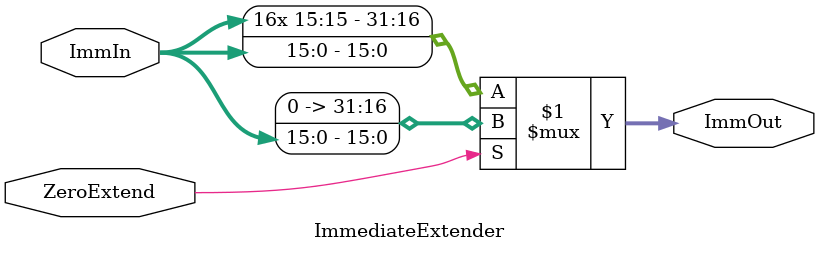
<source format=v>
module ImmediateExtender(
    input [15:0] ImmIn,
    input ZeroExtend,
    output [31:0] ImmOut
);

    assign ImmOut = ZeroExtend ? {16'h0000, ImmIn} : {{16{ImmIn[15]}}, ImmIn};

endmodule
</source>
